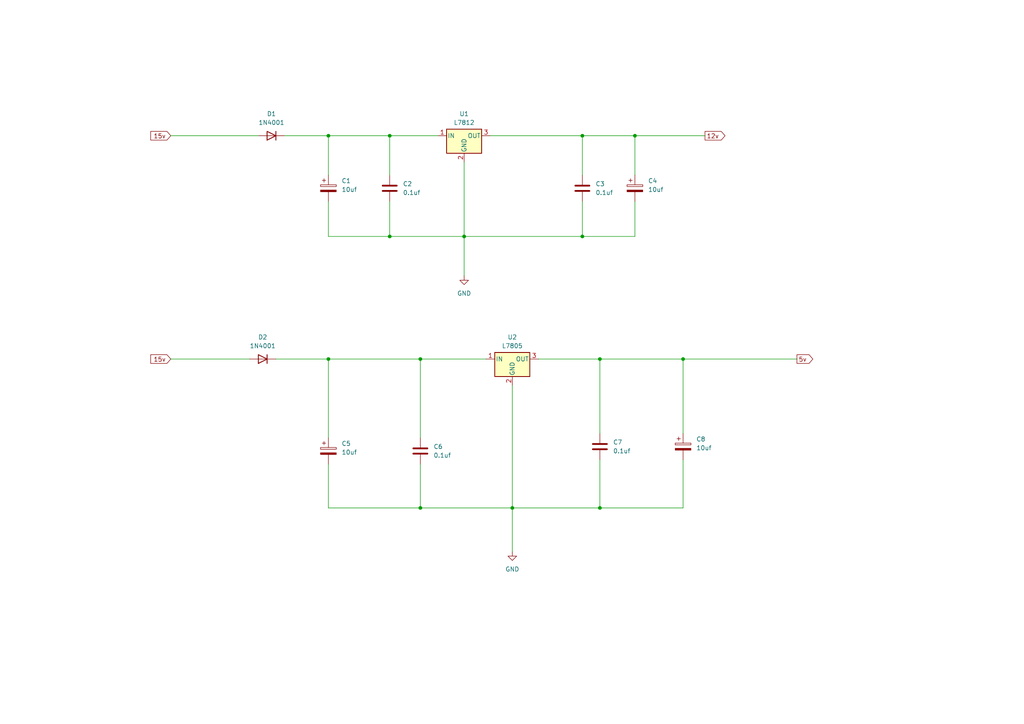
<source format=kicad_sch>
(kicad_sch (version 20250114) (generator "eeschema") (generator_version "9.0")
  (paper "A4")
  (lib_symbols
    (symbol "Device:C" (pin_numbers (hide yes)) (pin_names (offset 0.254))
      (property "Reference" "C" (at 0.635 2.54 0))
      (property "Value" "C" (at 0.635 -2.54 0))
      (symbol "C_0_1"
        (polyline (pts (xy -2.032 0.762) (xy 2.032 0.762)) (stroke (width 0.508)))
        (polyline (pts (xy -2.032 -0.762) (xy 2.032 -0.762)) (stroke (width 0.508)))
      )
      (symbol "C_1_1"
        (pin passive line (at 0 3.81 270) (length 2.794) (name "~") (number "1"))
        (pin passive line (at 0 -3.81 90) (length 2.794) (name "~") (number "2"))
      )
    )
    (symbol "Device:C_Polarized" (pin_numbers (hide yes)) (pin_names (offset 0.254))
      (property "Reference" "C" (at 0.635 2.54 0))
      (property "Value" "C_Polarized" (at 0.635 -2.54 0))
      (symbol "C_Polarized_0_1"
        (rectangle (start -2.286 0.508) (end 2.286 1.016))
        (polyline (pts (xy -1.778 2.286) (xy -0.762 2.286)))
        (polyline (pts (xy -1.27 2.794) (xy -1.27 1.778)))
        (rectangle (start 2.286 -0.508) (end -2.286 -1.016) (fill (type outline)))
      )
      (symbol "C_Polarized_1_1"
        (pin passive line (at 0 3.81 270) (length 2.794) (name "~") (number "1"))
        (pin passive line (at 0 -3.81 90) (length 2.794) (name "~") (number "2"))
      )
    )
    (symbol "Diode:1N4001" (pin_numbers (hide yes)) (pin_names (hide yes))
      (property "Reference" "D" (at 0 2.54 0))
      (property "Value" "1N4001" (at 0 -2.54 0))
      (symbol "1N4001_0_1"
        (polyline (pts (xy -1.27 1.27) (xy -1.27 -1.27)) (stroke (width 0.254)))
        (polyline (pts (xy 1.27 1.27) (xy 1.27 -1.27) (xy -1.27 0) (xy 1.27 1.27)) (stroke (width 0.254)))
        (polyline (pts (xy 1.27 0) (xy -1.27 0)))
      )
      (symbol "1N4001_1_1"
        (pin passive line (at -3.81 0 0) (length 2.54) (name "K") (number "1"))
        (pin passive line (at 3.81 0 180) (length 2.54) (name "A") (number "2"))
      )
    )
    (symbol "Regulator_Linear:L7805" (pin_names (offset 0.254))
      (property "Reference" "U" (at -3.81 3.175 0))
      (property "Value" "L7805" (at 0 3.175 0))
      (symbol "L7805_0_1"
        (rectangle (start -5.08 1.905) (end 5.08 -5.08) (stroke (width 0.254)) (fill (type background)))
      )
      (symbol "L7805_1_1"
        (pin power_in line (at -7.62 0 0) (length 2.54) (name "IN") (number "1"))
        (pin power_in line (at 0 -7.62 90) (length 2.54) (name "GND") (number "2"))
        (pin power_out line (at 7.62 0 180) (length 2.54) (name "OUT") (number "3"))
      )
    )
    (symbol "Regulator_Linear:L7812" (pin_names (offset 0.254))
      (property "Reference" "U" (at -3.81 3.175 0))
      (property "Value" "L7812" (at 0 3.175 0))
      (symbol "L7812_0_1"
        (rectangle (start -5.08 1.905) (end 5.08 -5.08) (stroke (width 0.254)) (fill (type background)))
      )
      (symbol "L7812_1_1"
        (pin power_in line (at -7.62 0 0) (length 2.54) (name "IN") (number "1"))
        (pin power_in line (at 0 -7.62 90) (length 2.54) (name "GND") (number "2"))
        (pin power_out line (at 7.62 0 180) (length 2.54) (name "OUT") (number "3"))
      )
    )
    (symbol "power:GND" (power) (pin_numbers (hide yes)) (pin_names (offset 0) (hide yes))
      (property "Value" "GND" (at 0 -3.81 0))
      (symbol "GND_0_1"
        (polyline (pts (xy 0 0) (xy 0 -1.27) (xy 1.27 -1.27) (xy 0 -2.54) (xy -1.27 -1.27) (xy 0 -1.27)))
      )
      (symbol "GND_1_1"
        (pin power_in line (at 0 0 270) (length 0) (name "~") (number "1"))
      )
    )
  )
  (junction (at 113.03 68.58))
  (junction (at 168.91 68.58))
  (junction (at 168.91 39.37))
  (junction (at 121.92 104.14))
  (junction (at 134.62 68.58))
  (junction (at 148.59 147.32))
  (junction (at 95.25 104.14))
  (junction (at 173.99 147.32))
  (junction (at 113.03 39.37))
  (junction (at 184.15 39.37))
  (junction (at 198.12 104.14))
  (junction (at 173.99 104.14))
  (junction (at 121.92 147.32))
  (junction (at 95.25 39.37))
  (wire (pts (xy 121.92 134.62) (xy 121.92 147.32)))
  (wire (pts (xy 121.92 104.14) (xy 121.92 127)))
  (wire (pts (xy 142.24 39.37) (xy 168.91 39.37)))
  (wire (pts (xy 134.62 68.58) (xy 134.62 80.01)))
  (wire (pts (xy 113.03 39.37) (xy 113.03 50.8)))
  (wire (pts (xy 156.21 104.14) (xy 173.99 104.14)))
  (wire (pts (xy 148.59 111.76) (xy 148.59 147.32)))
  (wire (pts (xy 198.12 125.73) (xy 198.12 104.14)))
  (wire (pts (xy 113.03 39.37) (xy 127 39.37)))
  (wire (pts (xy 95.25 39.37) (xy 95.25 50.8)))
  (wire (pts (xy 173.99 133.35) (xy 173.99 147.32)))
  (wire (pts (xy 173.99 104.14) (xy 173.99 125.73)))
  (wire (pts (xy 95.25 104.14) (xy 95.25 127)))
  (wire (pts (xy 121.92 104.14) (xy 140.97 104.14)))
  (wire (pts (xy 95.25 68.58) (xy 113.03 68.58)))
  (wire (pts (xy 173.99 147.32) (xy 198.12 147.32)))
  (wire (pts (xy 184.15 68.58) (xy 184.15 58.42)))
  (wire (pts (xy 198.12 104.14) (xy 173.99 104.14)))
  (wire (pts (xy 80.01 104.14) (xy 95.25 104.14)))
  (wire (pts (xy 184.15 39.37) (xy 204.47 39.37)))
  (wire (pts (xy 168.91 68.58) (xy 184.15 68.58)))
  (wire (pts (xy 198.12 147.32) (xy 198.12 133.35)))
  (wire (pts (xy 95.25 147.32) (xy 121.92 147.32)))
  (wire (pts (xy 134.62 68.58) (xy 168.91 68.58)))
  (wire (pts (xy 168.91 58.42) (xy 168.91 68.58)))
  (wire (pts (xy 95.25 39.37) (xy 113.03 39.37)))
  (wire (pts (xy 168.91 39.37) (xy 184.15 39.37)))
  (wire (pts (xy 148.59 160.02) (xy 148.59 147.32)))
  (wire (pts (xy 82.55 39.37) (xy 95.25 39.37)))
  (wire (pts (xy 121.92 147.32) (xy 148.59 147.32)))
  (wire (pts (xy 134.62 46.99) (xy 134.62 68.58)))
  (wire (pts (xy 168.91 39.37) (xy 168.91 50.8)))
  (wire (pts (xy 95.25 58.42) (xy 95.25 68.58)))
  (wire (pts (xy 148.59 147.32) (xy 173.99 147.32)))
  (wire (pts (xy 198.12 104.14) (xy 231.14 104.14)))
  (wire (pts (xy 49.53 39.37) (xy 74.93 39.37)))
  (wire (pts (xy 113.03 68.58) (xy 134.62 68.58)))
  (wire (pts (xy 49.53 104.14) (xy 72.39 104.14)))
  (wire (pts (xy 121.92 104.14) (xy 95.25 104.14)))
  (wire (pts (xy 184.15 39.37) (xy 184.15 50.8)))
  (wire (pts (xy 113.03 58.42) (xy 113.03 68.58)))
  (wire (pts (xy 95.25 134.62) (xy 95.25 147.32)))
  (global_label "12v" (shape output) (at 204.47 39.37 0) (property "Intersheetrefs" "${INTERSHEET_REFS}" (effects (hide yes))))
  (global_label "5v" (shape output) (at 231.14 104.14 0) (property "Intersheetrefs" "${INTERSHEET_REFS}" (effects (hide yes))))
  (global_label "15v" (shape input) (at 49.53 104.14 180) (property "Intersheetrefs" "${INTERSHEET_REFS}" (effects (hide yes))))
  (global_label "15v" (shape input) (at 49.53 39.37 180) (property "Intersheetrefs" "${INTERSHEET_REFS}" (effects (hide yes))))
  (symbol (lib_id "Regulator_Linear:L7805") (at 148.59 104.14 0) (unit 1)
    (property "Reference" "U2" (at 148.59 97.79 0))
    (property "Value" "L7805" (at 148.59 100.33 0))
    (property "Datasheet" "http://www.st.com/content/ccc/resource/technical/document/datasheet/41/4f/b3/b0/12/d4/47/88/CD00000444.pdf/files/CD00000444.pdf/jcr:content/translations/en.CD00000444.pdf" (effects (hide yes)))
    (property "Description" "Positive 1.5A 35V Linear Regulator, Fixed Output 5V, TO-220/TO-263/TO-252" (effects (hide yes)))
  )
  (symbol (lib_id "Regulator_Linear:L7812") (at 134.62 39.37 0) (unit 1)
    (property "Reference" "U1" (at 134.62 33.02 0))
    (property "Value" "L7812" (at 134.62 35.56 0))
    (property "Datasheet" "http://www.st.com/content/ccc/resource/technical/document/datasheet/41/4f/b3/b0/12/d4/47/88/CD00000444.pdf/files/CD00000444.pdf/jcr:content/translations/en.CD00000444.pdf" (effects (hide yes)))
    (property "Description" "Positive 1.5A 35V Linear Regulator, Fixed Output 12V, TO-220/TO-263/TO-252" (effects (hide yes)))
  )
  (symbol (lib_id "Diode:1N4001") (at 76.2 104.14 180) (unit 1)
    (property "Reference" "D2" (at 76.2 97.79 0))
    (property "Value" "1N4001" (at 76.2 100.33 0))
    (property "Footprint" "Diode_THT:D_DO-41_SOD81_P10.16mm_Horizontal" (effects (hide yes)))
    (property "Datasheet" "http://www.vishay.com/docs/88503/1n4001.pdf" (effects (hide yes)))
    (property "Description" "50V 1A General Purpose Rectifier Diode, DO-41" (effects (hide yes)))
    (property "Sim.Device" "D" (effects (hide yes)))
    (property "Sim.Pins" "1=K 2=A" (effects (hide yes)))
  )
  (symbol (lib_id "Device:C_Polarized") (at 95.25 130.81 0) (unit 1)
    (property "Reference" "C5" (at 99.06 128.6509 0) (effects (justify left)))
    (property "Value" "10uf" (at 99.06 131.1909 0) (effects (justify left)))
    (property "Description" "Polarized capacitor" (effects (hide yes)))
  )
  (symbol (lib_id "Device:C_Polarized") (at 184.15 54.61 0) (unit 1)
    (property "Reference" "C4" (at 187.96 52.4509 0) (effects (justify left)))
    (property "Value" "10uf" (at 187.96 54.9909 0) (effects (justify left)))
    (property "Description" "Polarized capacitor" (effects (hide yes)))
  )
  (symbol (lib_id "Device:C") (at 121.92 130.81 0) (unit 1)
    (property "Reference" "C6" (at 125.73 129.5399 0) (effects (justify left)))
    (property "Value" "0.1uf" (at 125.73 132.0799 0) (effects (justify left)))
    (property "Description" "Unpolarized capacitor" (effects (hide yes)))
  )
  (symbol (lib_id "Device:C") (at 168.91 54.61 0) (unit 1)
    (property "Reference" "C3" (at 172.72 53.3399 0) (effects (justify left)))
    (property "Value" "0.1uf" (at 172.72 55.8799 0) (effects (justify left)))
    (property "Description" "Unpolarized capacitor" (effects (hide yes)))
  )
  (symbol (lib_id "power:GND") (at 134.62 80.01 0) (unit 1)
    (property "Reference" "#PWR01" (effects (hide yes)))
    (property "Value" "GND" (at 134.62 85.09 0))
    (property "Description" "Power symbol creates a global label with name \"GND\" , ground" (effects (hide yes)))
  )
  (symbol (lib_id "Device:C_Polarized") (at 198.12 129.54 0) (unit 1)
    (property "Reference" "C8" (at 201.93 127.3809 0) (effects (justify left)))
    (property "Value" "10uf" (at 201.93 129.9209 0) (effects (justify left)))
    (property "Description" "Polarized capacitor" (effects (hide yes)))
  )
  (symbol (lib_id "Diode:1N4001") (at 78.74 39.37 180) (unit 1)
    (property "Reference" "D1" (at 78.74 33.02 0))
    (property "Value" "1N4001" (at 78.74 35.56 0))
    (property "Footprint" "Diode_THT:D_DO-41_SOD81_P10.16mm_Horizontal" (effects (hide yes)))
    (property "Datasheet" "http://www.vishay.com/docs/88503/1n4001.pdf" (effects (hide yes)))
    (property "Description" "50V 1A General Purpose Rectifier Diode, DO-41" (effects (hide yes)))
    (property "Sim.Device" "D" (effects (hide yes)))
    (property "Sim.Pins" "1=K 2=A" (effects (hide yes)))
  )
  (symbol (lib_id "power:GND") (at 148.59 160.02 0) (unit 1)
    (property "Reference" "#PWR02" (effects (hide yes)))
    (property "Value" "GND" (at 148.59 165.1 0))
    (property "Description" "Power symbol creates a global label with name \"GND\" , ground" (effects (hide yes)))
  )
  (symbol (lib_id "Device:C") (at 173.99 129.54 0) (unit 1)
    (property "Reference" "C7" (at 177.8 128.2699 0) (effects (justify left)))
    (property "Value" "0.1uf" (at 177.8 130.8099 0) (effects (justify left)))
    (property "Description" "Unpolarized capacitor" (effects (hide yes)))
  )
  (symbol (lib_id "Device:C_Polarized") (at 95.25 54.61 0) (unit 1)
    (property "Reference" "C1" (at 99.06 52.4509 0) (effects (justify left)))
    (property "Value" "10uf" (at 99.06 54.9909 0) (effects (justify left)))
    (property "Description" "Polarized capacitor" (effects (hide yes)))
  )
  (symbol (lib_id "Device:C") (at 113.03 54.61 0) (unit 1)
    (property "Reference" "C2" (at 116.84 53.3399 0) (effects (justify left)))
    (property "Value" "0.1uf" (at 116.84 55.8799 0) (effects (justify left)))
    (property "Description" "Unpolarized capacitor" (effects (hide yes)))
  )
)
</source>
